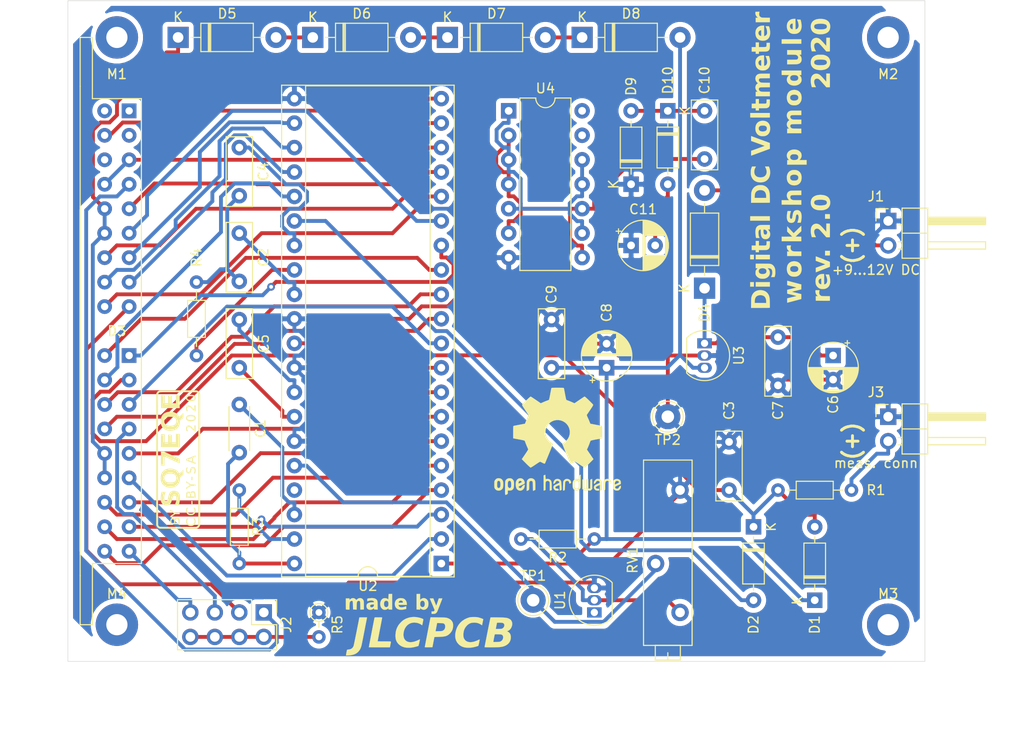
<source format=kicad_pcb>
(kicad_pcb (version 20171130) (host pcbnew 5.1.6-c6e7f7d~87~ubuntu18.04.1)
  (title_block (title "ICL7107 Digital Voltmeter Module PCB") (date 2020-07-31) (rev 2.0) (company "MSc Paweł Sobótka") (comment 1 "CC-BY-SA 4.0") (comment 2 "by SQ7EQE"))
  (layers (0 F.Cu signal) (31 B.Cu signal) (34 B.Paste user) (35 F.Paste user) (36 B.SilkS user) (37 F.SilkS user) (38 B.Mask user) (39 F.Mask user) (44 Edge.Cuts user))
  (net 0 "")
  (net 1 /OSC3)
  (net 2 "Net-(C1-Pad2)")
  (net 3 "Net-(C2-Pad2)")
  (net 4 "Net-(C2-Pad1)")
  (net 5 "Net-(C3-Pad1)")
  (net 6 "Net-(C4-Pad1)")
  (net 7 "Net-(C5-Pad1)")
  (net 8 "Net-(C5-Pad2)")
  (net 9 "Net-(C6-Pad1)")
  (net 10 GND)
  (net 11 /V+)
  (net 12 "Net-(C10-Pad2)")
  (net 13 "Net-(C10-Pad1)")
  (net 14 "/negative voltage converter/V-")
  (net 15 /DP4)
  (net 16 /DP3)
  (net 17 /DP1)
  (net 18 /DP2)
  (net 19 "Net-(D3-Pad2)")
  (net 20 "Net-(D4-Pad2)")
  (net 21 "Net-(D5-Pad2)")
  (net 22 /IN+)
  (net 23 "Net-(M1-Pad1)")
  (net 24 "Net-(M2-Pad1)")
  (net 25 "Net-(M3-Pad1)")
  (net 26 "Net-(M4-Pad1)")
  (net 27 "Net-(R3-Pad1)")
  (net 28 "Net-(R4-Pad1)")
  (net 29 /V-)
  (net 30 "Net-(U2-Pad37)")
  (net 31 "Net-(U4-Pad1)")
  (net 32 "/negative voltage converter/OSC3")
  (net 33 "/negative voltage converter/V+")
  (net 34 "Net-(J2-Pad2)")
  (net 35 "Net-(D3-Pad36)")
  (net 36 "Net-(D3-Pad35)")
  (net 37 "Net-(D3-Pad34)")
  (net 38 "Net-(D3-Pad33)")
  (net 39 "Net-(D3-Pad13)")
  (net 40 "Net-(D3-Pad30)")
  (net 41 "Net-(D3-Pad29)")
  (net 42 "Net-(D3-Pad28)")
  (net 43 "Net-(D3-Pad26)")
  (net 44 "Net-(D3-Pad25)")
  (net 45 "Net-(D3-Pad24)")
  (net 46 "Net-(D3-Pad23)")
  (net 47 "Net-(D3-Pad21)")
  (net 48 "Net-(D3-Pad20)")
  (net 49 "Net-(D3-Pad19)")
  (net 50 "Net-(D3-Pad18)")
  (net 51 "Net-(D3-Pad17)")
  (net 52 "Net-(D3-Pad16)")
  (net 53 "Net-(D3-Pad15)")
  (net 54 "Net-(D3-Pad12)")
  (net 55 "Net-(D3-Pad11)")
  (net 56 "Net-(D3-Pad10)")
  (net 57 "Net-(D3-Pad8)")
  (net 58 "Net-(D3-Pad7)")
  (net 59 "Net-(D3-Pad6)")
  (net 60 "Net-(D3-Pad5)")
  (net 61 "Net-(D3-Pad1)")
  (net 62 "Net-(D6-Pad2)")
  (net 63 "Net-(D7-Pad2)")
  (net 64 "Net-(RV1-Pad2)")
  (net 65 "Net-(R2-Pad2)")
  (module logo-sq7eqe:digital-voltmeter-2 (layer F.Cu) (at 161.29 76.2 90)
    (fp_text reference "#G" hide)
    (fp_text value DDCVoltmr hide)
  )
  (module logo-sq7eqe:jlcpcb (layer F.Cu) (at 123.825 124.46)
    (fp_text reference G2 hide)
    (fp_text value JLCPCB hide)
  )
  (module Connector_PinHeader_2.54mm:PinHeader_1x02_P2.54mm_Horizontal (layer F.Cu) (at 171.45 102.87)
    (fp_text reference J3 (at -1.27 -2.54) (layer F.SilkS))
    (fp_text value "meas. conn" (at -1.27 4.81) (layer F.SilkS))
    (pad 2 thru_hole oval (at 0 2.54) (size 1.7 1.7) (drill 1) (layers *.Cu *.Mask) (net 22 /IN+))
    (pad 1 thru_hole rect (at 0 0) (size 1.7 1.7) (drill 1) (layers *.Cu *.Mask) (net 10 GND))
  )
  (module Connector_PinHeader_2.54mm:PinHeader_1x02_P2.54mm_Horizontal (layer F.Cu) (at 171.45 82.55)
    (fp_text reference J1 (at -1.27 -2.54) (layer F.SilkS))
    (fp_text value "+9...12V DC" (at -1.27 5.08) (layer F.SilkS))
    (pad 2 thru_hole oval (at 0 2.54) (size 1.7 1.7) (drill 1) (layers *.Cu *.Mask) (net 20 "Net-(D4-Pad2)"))
    (pad 1 thru_hole rect (at 0 0) (size 1.7 1.7) (drill 1) (layers *.Cu *.Mask) (net 10 GND))
  )
  (module Connector_Pin:Pin_D1.3mm_L11.0mm (layer F.Cu) (at 148.59 102.87)
    (fp_text reference TP2 (at 0 2.4) (layer F.SilkS))
    (fp_text value ~)
    (pad 1 thru_hole circle (at 0 0) (size 2.6 2.6) (drill 1.3) (layers *.Cu *.Mask) (net 10 GND))
  )
  (module Connector_Pin:Pin_D1.3mm_L11.0mm (layer F.Cu) (at 134.62 121.92 270)
    (fp_text reference TP1 (at -2.54 0 180) (layer F.SilkS))
    (fp_text value ~)
    (pad 1 thru_hole circle (at 0 0 270) (size 2.6 2.6) (drill 1.3) (layers *.Cu *.Mask) (net 64 "Net-(RV1-Pad2)"))
  )
  (module Diode_THT:D_DO-35_SOD27_P7.62mm_Horizontal (layer F.Cu) (at 157.48 114.3 270)
    (fp_text reference D2 (at 10.16 0 90) (layer F.SilkS))
    (fp_text value 1N4148)
    (fp_text user K (at 0 -1.8 90) (layer F.SilkS))
    (pad 2 thru_hole oval (at 7.62 0 270) (size 1.6 1.6) (drill 0.8) (layers *.Cu *.Mask) (net 29 /V-))
    (pad 1 thru_hole rect (at 0 0 270) (size 1.6 1.6) (drill 0.8) (layers *.Cu *.Mask) (net 5 "Net-(C3-Pad1)"))
  )
  (module Diode_THT:D_DO-35_SOD27_P7.62mm_Horizontal (layer F.Cu) (at 163.83 121.92 90)
    (fp_text reference D1 (at -2.54 0 90) (layer F.SilkS))
    (fp_text value 1N4148)
    (fp_text user K (at 0 -1.8 90) (layer F.SilkS))
    (pad 2 thru_hole oval (at 7.62 0 90) (size 1.6 1.6) (drill 0.8) (layers *.Cu *.Mask) (net 5 "Net-(C3-Pad1)"))
    (pad 1 thru_hole rect (at 0 0 90) (size 1.6 1.6) (drill 0.8) (layers *.Cu *.Mask) (net 11 /V+))
  )
  (module LED-display_x4:LED-Display_x4_package (layer F.Cu) (at 92.71 71.12)
    (fp_text reference D3 (at -1.27 22.86) (layer F.SilkS))
    (fp_text value LED-Display_x4_CA)
    (pad 36 thru_hole circle (at -2.54 25.4) (size 1.524 1.524) (drill 0.762) (layers *.Cu *.Mask) (net 35 "Net-(D3-Pad36)"))
    (pad 35 thru_hole circle (at -2.54 27.94) (size 1.524 1.524) (drill 0.762) (layers *.Cu *.Mask) (net 36 "Net-(D3-Pad35)"))
    (pad 34 thru_hole circle (at -2.54 30.48) (size 1.524 1.524) (drill 0.762) (layers *.Cu *.Mask) (net 37 "Net-(D3-Pad34)"))
    (pad 33 thru_hole circle (at -2.54 33.02) (size 1.524 1.524) (drill 0.762) (layers *.Cu *.Mask) (net 38 "Net-(D3-Pad33)"))
    (pad 32 thru_hole circle (at -2.54 35.56) (size 1.524 1.524) (drill 0.762) (layers *.Cu *.Mask) (net 39 "Net-(D3-Pad13)"))
    (pad 31 thru_hole circle (at -2.54 38.1) (size 1.524 1.524) (drill 0.762) (layers *.Cu *.Mask) (net 39 "Net-(D3-Pad13)"))
    (pad 30 thru_hole circle (at -2.54 40.64) (size 1.524 1.524) (drill 0.762) (layers *.Cu *.Mask) (net 40 "Net-(D3-Pad30)"))
    (pad 29 thru_hole circle (at -2.54 43.18) (size 1.524 1.524) (drill 0.762) (layers *.Cu *.Mask) (net 41 "Net-(D3-Pad29)"))
    (pad 28 thru_hole circle (at -2.54 45.72) (size 1.524 1.524) (drill 0.762) (layers *.Cu *.Mask) (net 42 "Net-(D3-Pad28)"))
    (pad 27 thru_hole circle (at 0 45.72) (size 1.524 1.524) (drill 0.762) (layers *.Cu *.Mask) (net 17 /DP1))
    (pad 26 thru_hole circle (at 0 43.18) (size 1.524 1.524) (drill 0.762) (layers *.Cu *.Mask) (net 43 "Net-(D3-Pad26)"))
    (pad 25 thru_hole circle (at 0 40.64) (size 1.524 1.524) (drill 0.762) (layers *.Cu *.Mask) (net 44 "Net-(D3-Pad25)"))
    (pad 24 thru_hole circle (at 0 38.1) (size 1.524 1.524) (drill 0.762) (layers *.Cu *.Mask) (net 45 "Net-(D3-Pad24)"))
    (pad 23 thru_hole circle (at 0 35.56) (size 1.524 1.524) (drill 0.762) (layers *.Cu *.Mask) (net 46 "Net-(D3-Pad23)"))
    (pad 22 thru_hole circle (at 0 33.02) (size 1.524 1.524) (drill 0.762) (layers *.Cu *.Mask) (net 18 /DP2))
    (pad 21 thru_hole circle (at 0 30.48) (size 1.524 1.524) (drill 0.762) (layers *.Cu *.Mask) (net 47 "Net-(D3-Pad21)"))
    (pad 20 thru_hole circle (at 0 27.94) (size 1.524 1.524) (drill 0.762) (layers *.Cu *.Mask) (net 48 "Net-(D3-Pad20)"))
    (pad 19 thru_hole rect (at 0 25.4) (size 1.524 1.524) (drill 0.762) (layers *.Cu *.Mask) (net 49 "Net-(D3-Pad19)"))
    (pad 18 thru_hole circle (at -2.54 0) (size 1.524 1.524) (drill 0.762) (layers *.Cu *.Mask) (net 50 "Net-(D3-Pad18)"))
    (pad 17 thru_hole circle (at -2.54 2.54) (size 1.524 1.524) (drill 0.762) (layers *.Cu *.Mask) (net 51 "Net-(D3-Pad17)"))
    (pad 16 thru_hole circle (at -2.54 5.08) (size 1.524 1.524) (drill 0.762) (layers *.Cu *.Mask) (net 52 "Net-(D3-Pad16)"))
    (pad 15 thru_hole circle (at -2.54 7.62) (size 1.524 1.524) (drill 0.762) (layers *.Cu *.Mask) (net 53 "Net-(D3-Pad15)"))
    (pad 14 thru_hole circle (at -2.54 10.16) (size 1.524 1.524) (drill 0.762) (layers *.Cu *.Mask) (net 39 "Net-(D3-Pad13)"))
    (pad 13 thru_hole circle (at -2.54 12.7) (size 1.524 1.524) (drill 0.762) (layers *.Cu *.Mask) (net 39 "Net-(D3-Pad13)"))
    (pad 12 thru_hole circle (at -2.54 15.24) (size 1.524 1.524) (drill 0.762) (layers *.Cu *.Mask) (net 54 "Net-(D3-Pad12)"))
    (pad 11 thru_hole circle (at -2.54 17.78) (size 1.524 1.524) (drill 0.762) (layers *.Cu *.Mask) (net 55 "Net-(D3-Pad11)"))
    (pad 10 thru_hole circle (at -2.54 20.32) (size 1.524 1.524) (drill 0.762) (layers *.Cu *.Mask) (net 56 "Net-(D3-Pad10)"))
    (pad 9 thru_hole circle (at 0 20.32) (size 1.524 1.524) (drill 0.762) (layers *.Cu *.Mask) (net 16 /DP3))
    (pad 8 thru_hole circle (at 0 17.78) (size 1.524 1.524) (drill 0.762) (layers *.Cu *.Mask) (net 57 "Net-(D3-Pad8)"))
    (pad 7 thru_hole circle (at 0 15.24) (size 1.524 1.524) (drill 0.762) (layers *.Cu *.Mask) (net 58 "Net-(D3-Pad7)"))
    (pad 6 thru_hole circle (at 0 12.7) (size 1.524 1.524) (drill 0.762) (layers *.Cu *.Mask) (net 59 "Net-(D3-Pad6)"))
    (pad 5 thru_hole circle (at 0 10.16) (size 1.524 1.524) (drill 0.762) (layers *.Cu *.Mask) (net 60 "Net-(D3-Pad5)"))
    (pad 4 thru_hole circle (at 0 7.62) (size 1.524 1.524) (drill 0.762) (layers *.Cu *.Mask) (net 15 /DP4))
    (pad 3 thru_hole circle (at 0 5.08) (size 1.524 1.524) (drill 0.762) (layers *.Cu *.Mask) (net 53 "Net-(D3-Pad15)"))
    (pad 2 thru_hole circle (at 0 2.54) (size 1.524 1.524) (drill 0.762) (layers *.Cu *.Mask) (net 19 "Net-(D3-Pad2)"))
    (pad 1 thru_hole rect (at 0 0) (size 1.524 1.524) (drill 0.762) (layers *.Cu *.Mask) (net 61 "Net-(D3-Pad1)"))
  )
  (module logo-sq7eqe:cc-by-sa (layer F.Cu) (at 97.79 107.315 90)
    (fp_text reference G1 hide)
    (fp_text value CC-BY-SA hide)
  )
  (module Symbol:OSHW-Logo2_14.6x12mm_SilkScreen (layer F.Cu) (at 137.16 105.41)
    (fp_text reference LOGO1 hide)
    (fp_text value Logo_Open_Hardware_Large hide)
  )
  (module Resistor_THT:R_Axial_DIN0204_L3.6mm_D1.6mm_P2.54mm_Vertical (layer F.Cu) (at 112.395 123.19 270)
    (fp_text reference R5 (at 1.27 -1.92 90) (layer F.SilkS))
    (fp_text value 470R)
    (pad 2 thru_hole oval (at 2.54 0 270) (size 1.4 1.4) (drill 0.7) (layers *.Cu *.Mask) (net 34 "Net-(J2-Pad2)"))
    (pad 1 thru_hole circle (at 0 0 270) (size 1.4 1.4) (drill 0.7) (layers *.Cu *.Mask) (net 10 GND))
  )
  (module Capacitor_THT:C_Disc_D4.3mm_W1.9mm_P5.00mm (layer F.Cu) (at 104.14 101.6 270)
    (fp_text reference C1 (at 2.5 -2.2 90) (layer F.SilkS))
    (fp_text value 100p)
    (pad 1 thru_hole circle (at 0 0 270) (size 1.6 1.6) (drill 0.8) (layers *.Cu *.Mask) (net 1 /OSC3))
    (pad 2 thru_hole circle (at 5 0 270) (size 1.6 1.6) (drill 0.8) (layers *.Cu *.Mask) (net 2 "Net-(C1-Pad2)"))
  )
  (module Capacitor_THT:C_Rect_L7.0mm_W2.5mm_P5.00mm (layer F.Cu) (at 104.14 83.82 270)
    (fp_text reference C2 (at 2.5 -2.5 90) (layer F.SilkS))
    (fp_text value 0.47u)
    (pad 2 thru_hole circle (at 5 0 270) (size 1.6 1.6) (drill 0.8) (layers *.Cu *.Mask) (net 3 "Net-(C2-Pad2)"))
    (pad 1 thru_hole circle (at 0 0 270) (size 1.6 1.6) (drill 0.8) (layers *.Cu *.Mask) (net 4 "Net-(C2-Pad1)"))
  )
  (module Capacitor_THT:C_Rect_L7.0mm_W2.5mm_P5.00mm (layer F.Cu) (at 154.94 110.49 90)
    (fp_text reference C3 (at 8.255 0 90) (layer F.SilkS))
    (fp_text value 0.47u)
    (pad 1 thru_hole circle (at 0 0 90) (size 1.6 1.6) (drill 0.8) (layers *.Cu *.Mask) (net 5 "Net-(C3-Pad1)"))
    (pad 2 thru_hole circle (at 5 0 90) (size 1.6 1.6) (drill 0.8) (layers *.Cu *.Mask) (net 10 GND))
  )
  (module Capacitor_THT:C_Rect_L7.0mm_W2.5mm_P5.00mm (layer F.Cu) (at 104.14 74.93 270)
    (fp_text reference C4 (at 2.5 -2.5 90) (layer F.SilkS))
    (fp_text value 0.22u)
    (pad 1 thru_hole circle (at 0 0 270) (size 1.6 1.6) (drill 0.8) (layers *.Cu *.Mask) (net 6 "Net-(C4-Pad1)"))
    (pad 2 thru_hole circle (at 5 0 270) (size 1.6 1.6) (drill 0.8) (layers *.Cu *.Mask) (net 3 "Net-(C2-Pad2)"))
  )
  (module Capacitor_THT:C_Rect_L7.0mm_W2.5mm_P5.00mm (layer F.Cu) (at 104.14 97.79 90)
    (fp_text reference C5 (at 2.5 2.54 90) (layer F.SilkS))
    (fp_text value 0.1u)
    (pad 1 thru_hole circle (at 0 0 90) (size 1.6 1.6) (drill 0.8) (layers *.Cu *.Mask) (net 7 "Net-(C5-Pad1)"))
    (pad 2 thru_hole circle (at 5 0 90) (size 1.6 1.6) (drill 0.8) (layers *.Cu *.Mask) (net 8 "Net-(C5-Pad2)"))
  )
  (module Capacitor_THT:CP_Radial_D5.0mm_P2.50mm (layer F.Cu) (at 165.735 96.52 270)
    (fp_text reference C6 (at 5.08 0 90) (layer F.SilkS))
    (fp_text value 100u)
    (pad 1 thru_hole rect (at 0 0 270) (size 1.6 1.6) (drill 0.8) (layers *.Cu *.Mask) (net 9 "Net-(C6-Pad1)"))
    (pad 2 thru_hole circle (at 2.5 0 270) (size 1.6 1.6) (drill 0.8) (layers *.Cu *.Mask) (net 10 GND))
  )
  (module Capacitor_THT:C_Rect_L7.0mm_W2.5mm_P5.00mm (layer F.Cu) (at 160.02 94.615 270)
    (fp_text reference C7 (at 7.62 0 90) (layer F.SilkS))
    (fp_text value 100n)
    (pad 1 thru_hole circle (at 0 0 270) (size 1.6 1.6) (drill 0.8) (layers *.Cu *.Mask) (net 9 "Net-(C6-Pad1)"))
    (pad 2 thru_hole circle (at 5 0 270) (size 1.6 1.6) (drill 0.8) (layers *.Cu *.Mask) (net 10 GND))
  )
  (module Capacitor_THT:CP_Radial_D5.0mm_P2.50mm (layer F.Cu) (at 142.24 97.79 90)
    (fp_text reference C8 (at 5.715 0 90) (layer F.SilkS))
    (fp_text value 100u)
    (pad 1 thru_hole rect (at 0 0 90) (size 1.6 1.6) (drill 0.8) (layers *.Cu *.Mask) (net 11 /V+))
    (pad 2 thru_hole circle (at 2.5 0 90) (size 1.6 1.6) (drill 0.8) (layers *.Cu *.Mask) (net 10 GND))
  )
  (module Capacitor_THT:C_Rect_L7.0mm_W2.5mm_P5.00mm (layer F.Cu) (at 136.525 97.79 90)
    (fp_text reference C9 (at 7.62 0 90) (layer F.SilkS))
    (fp_text value 100n)
    (pad 2 thru_hole circle (at 5 0 90) (size 1.6 1.6) (drill 0.8) (layers *.Cu *.Mask) (net 10 GND))
    (pad 1 thru_hole circle (at 0 0 90) (size 1.6 1.6) (drill 0.8) (layers *.Cu *.Mask) (net 11 /V+))
  )
  (module Capacitor_THT:C_Rect_L7.0mm_W2.5mm_P5.00mm (layer F.Cu) (at 152.4 71.12 270)
    (fp_text reference C10 (at -3.175 0 90) (layer F.SilkS))
    (fp_text value 0.47u)
    (pad 2 thru_hole circle (at 5 0 270) (size 1.6 1.6) (drill 0.8) (layers *.Cu *.Mask) (net 12 "Net-(C10-Pad2)"))
    (pad 1 thru_hole circle (at 0 0 270) (size 1.6 1.6) (drill 0.8) (layers *.Cu *.Mask) (net 13 "Net-(C10-Pad1)"))
  )
  (module Capacitor_THT:CP_Radial_D5.0mm_P2.50mm (layer F.Cu) (at 144.78 85.09)
    (fp_text reference C11 (at 1.25 -3.75) (layer F.SilkS))
    (fp_text value 10u)
    (pad 2 thru_hole circle (at 2.5 0) (size 1.6 1.6) (drill 0.8) (layers *.Cu *.Mask) (net 14 "/negative voltage converter/V-"))
    (pad 1 thru_hole rect (at 0 0) (size 1.6 1.6) (drill 0.8) (layers *.Cu *.Mask) (net 10 GND))
  )
  (module Diode_THT:D_DO-41_SOD81_P10.16mm_Horizontal (layer F.Cu) (at 152.4 89.535 90)
    (fp_text reference D4 (at -2.54 0 90) (layer F.SilkS))
    (fp_text value 1N4001)
    (fp_text user K (at 0 -2.1 90) (layer F.SilkS))
    (pad 2 thru_hole oval (at 10.16 0 90) (size 2.2 2.2) (drill 1.1) (layers *.Cu *.Mask) (net 20 "Net-(D4-Pad2)"))
    (pad 1 thru_hole rect (at 0 0 90) (size 2.2 2.2) (drill 1.1) (layers *.Cu *.Mask) (net 9 "Net-(C6-Pad1)"))
  )
  (module Diode_THT:D_DO-41_SOD81_P10.16mm_Horizontal (layer F.Cu) (at 97.79 63.5)
    (fp_text reference D5 (at 5.08 -2.47) (layer F.SilkS))
    (fp_text value 1N4001)
    (fp_text user K (at 0 -2.1) (layer F.SilkS))
    (pad 2 thru_hole oval (at 10.16 0) (size 2.2 2.2) (drill 1.1) (layers *.Cu *.Mask) (net 21 "Net-(D5-Pad2)"))
    (pad 1 thru_hole rect (at 0 0) (size 2.2 2.2) (drill 1.1) (layers *.Cu *.Mask) (net 39 "Net-(D3-Pad13)"))
  )
  (module Diode_THT:D_DO-41_SOD81_P10.16mm_Horizontal (layer F.Cu) (at 111.76 63.5)
    (fp_text reference D6 (at 5.08 -2.47) (layer F.SilkS))
    (fp_text value 1N4001)
    (fp_text user K (at 0 -2.1) (layer F.SilkS))
    (pad 1 thru_hole rect (at 0 0) (size 2.2 2.2) (drill 1.1) (layers *.Cu *.Mask) (net 21 "Net-(D5-Pad2)"))
    (pad 2 thru_hole oval (at 10.16 0) (size 2.2 2.2) (drill 1.1) (layers *.Cu *.Mask) (net 62 "Net-(D6-Pad2)"))
  )
  (module Diode_THT:D_DO-41_SOD81_P10.16mm_Horizontal (layer F.Cu) (at 125.73 63.5)
    (fp_text reference D7 (at 5.08 -2.47) (layer F.SilkS))
    (fp_text value 1N4001)
    (fp_text user K (at 0 -2.1) (layer F.SilkS))
    (pad 1 thru_hole rect (at 0 0) (size 2.2 2.2) (drill 1.1) (layers *.Cu *.Mask) (net 62 "Net-(D6-Pad2)"))
    (pad 2 thru_hole oval (at 10.16 0) (size 2.2 2.2) (drill 1.1) (layers *.Cu *.Mask) (net 63 "Net-(D7-Pad2)"))
  )
  (module Diode_THT:D_DO-41_SOD81_P10.16mm_Horizontal (layer F.Cu) (at 139.7 63.5)
    (fp_text reference D8 (at 5.08 -2.47) (layer F.SilkS))
    (fp_text value 1N4001)
    (fp_text user K (at 0 -2.1) (layer F.SilkS))
    (pad 1 thru_hole rect (at 0 0) (size 2.2 2.2) (drill 1.1) (layers *.Cu *.Mask) (net 63 "Net-(D7-Pad2)"))
    (pad 2 thru_hole oval (at 10.16 0) (size 2.2 2.2) (drill 1.1) (layers *.Cu *.Mask) (net 11 /V+))
  )
  (module Diode_THT:D_DO-35_SOD27_P7.62mm_Horizontal (layer F.Cu) (at 144.78 78.74 90)
    (fp_text reference D9 (at 10.16 0 90) (layer F.SilkS))
    (fp_text value 1N914)
    (fp_text user K (at 0 -1.8 90) (layer F.SilkS))
    (pad 2 thru_hole oval (at 7.62 0 90) (size 1.6 1.6) (drill 0.8) (layers *.Cu *.Mask) (net 13 "Net-(C10-Pad1)"))
    (pad 1 thru_hole rect (at 0 0 90) (size 1.6 1.6) (drill 0.8) (layers *.Cu *.Mask) (net 10 GND))
  )
  (module Diode_THT:D_DO-35_SOD27_P7.62mm_Horizontal (layer F.Cu) (at 148.59 71.12 270)
    (fp_text reference D10 (at -3.175 0 90) (layer F.SilkS))
    (fp_text value 1N914)
    (fp_text user K (at 0 -1.8 90) (layer F.SilkS))
    (pad 1 thru_hole rect (at 0 0 270) (size 1.6 1.6) (drill 0.8) (layers *.Cu *.Mask) (net 13 "Net-(C10-Pad1)"))
    (pad 2 thru_hole oval (at 7.62 0 270) (size 1.6 1.6) (drill 0.8) (layers *.Cu *.Mask) (net 14 "/negative voltage converter/V-"))
  )
  (module Connector_PinHeader_2.54mm:PinHeader_2x04_P2.54mm_Vertical (layer F.Cu) (at 106.68 123.19 270)
    (fp_text reference J2 (at 1.27 -2.33 90) (layer F.SilkS))
    (fp_text value "DP conn.")
    (pad 1 thru_hole rect (at 0 0 270) (size 1.7 1.7) (drill 1) (layers *.Cu *.Mask) (net 15 /DP4))
    (pad 2 thru_hole oval (at 2.54 0 270) (size 1.7 1.7) (drill 1) (layers *.Cu *.Mask) (net 34 "Net-(J2-Pad2)"))
    (pad 3 thru_hole oval (at 0 2.54 270) (size 1.7 1.7) (drill 1) (layers *.Cu *.Mask) (net 16 /DP3))
    (pad 4 thru_hole oval (at 2.54 2.54 270) (size 1.7 1.7) (drill 1) (layers *.Cu *.Mask) (net 34 "Net-(J2-Pad2)"))
    (pad 5 thru_hole oval (at 0 5.08 270) (size 1.7 1.7) (drill 1) (layers *.Cu *.Mask) (net 18 /DP2))
    (pad 6 thru_hole oval (at 2.54 5.08 270) (size 1.7 1.7) (drill 1) (layers *.Cu *.Mask) (net 34 "Net-(J2-Pad2)"))
    (pad 7 thru_hole oval (at 0 7.62 270) (size 1.7 1.7) (drill 1) (layers *.Cu *.Mask) (net 17 /DP1))
    (pad 8 thru_hole oval (at 2.54 7.62 270) (size 1.7 1.7) (drill 1) (layers *.Cu *.Mask) (net 34 "Net-(J2-Pad2)"))
  )
  (module MountingHole:MountingHole_2.2mm_M2_Pad (layer F.Cu) (at 91.44 63.5)
    (fp_text reference M1 (at 0 3.81) (layer F.SilkS))
    (fp_text value M2.2)
    (pad 1 thru_hole circle (at 0 0) (size 4.4 4.4) (drill 2.2) (layers *.Cu *.Mask) (net 23 "Net-(M1-Pad1)"))
  )
  (module MountingHole:MountingHole_2.2mm_M2_Pad (layer F.Cu) (at 171.45 63.5)
    (fp_text reference M2 (at 0 3.81) (layer F.SilkS))
    (fp_text value M2.2)
    (pad 1 thru_hole circle (at 0 0) (size 4.4 4.4) (drill 2.2) (layers *.Cu *.Mask) (net 24 "Net-(M2-Pad1)"))
  )
  (module MountingHole:MountingHole_2.2mm_M2_Pad (layer F.Cu) (at 171.45 124.46)
    (fp_text reference M3 (at 0 -3.2) (layer F.SilkS))
    (fp_text value M2.2)
    (pad 1 thru_hole circle (at 0 0) (size 4.4 4.4) (drill 2.2) (layers *.Cu *.Mask) (net 25 "Net-(M3-Pad1)"))
  )
  (module MountingHole:MountingHole_2.2mm_M2_Pad (layer F.Cu) (at 91.44 124.46)
    (fp_text reference M4 (at 0 -3.2) (layer F.SilkS))
    (fp_text value M2.2)
    (pad 1 thru_hole circle (at 0 0) (size 4.4 4.4) (drill 2.2) (layers *.Cu *.Mask) (net 26 "Net-(M4-Pad1)"))
  )
  (module Resistor_THT:R_Axial_DIN0204_L3.6mm_D1.6mm_P7.62mm_Horizontal (layer F.Cu) (at 140.97 115.57 180)
    (fp_text reference R2 (at 3.81 -1.92) (layer F.SilkS))
    (fp_text value 6k8)
    (pad 1 thru_hole circle (at 0 0 180) (size 1.4 1.4) (drill 0.7) (layers *.Cu *.Mask) (net 11 /V+))
    (pad 2 thru_hole oval (at 7.62 0 180) (size 1.4 1.4) (drill 0.7) (layers *.Cu *.Mask) (net 65 "Net-(R2-Pad2)"))
  )
  (module Resistor_THT:R_Axial_DIN0204_L3.6mm_D1.6mm_P7.62mm_Horizontal (layer F.Cu) (at 160.02 110.49)
    (fp_text reference R1 (at 10.16 0) (layer F.SilkS))
    (fp_text value 1M)
    (pad 1 thru_hole circle (at 0 0) (size 1.4 1.4) (drill 0.7) (layers *.Cu *.Mask) (net 5 "Net-(C3-Pad1)"))
    (pad 2 thru_hole oval (at 7.62 0) (size 1.4 1.4) (drill 0.7) (layers *.Cu *.Mask) (net 22 /IN+))
  )
  (module Resistor_THT:R_Axial_DIN0204_L3.6mm_D1.6mm_P7.62mm_Horizontal (layer F.Cu) (at 104.14 110.49 270)
    (fp_text reference R3 (at 3.81 -1.92 90) (layer F.SilkS))
    (fp_text value 100k)
    (pad 1 thru_hole circle (at 0 0 270) (size 1.4 1.4) (drill 0.7) (layers *.Cu *.Mask) (net 27 "Net-(R3-Pad1)"))
    (pad 2 thru_hole oval (at 7.62 0 270) (size 1.4 1.4) (drill 0.7) (layers *.Cu *.Mask) (net 2 "Net-(C1-Pad2)"))
  )
  (module Resistor_THT:R_Axial_DIN0204_L3.6mm_D1.6mm_P7.62mm_Horizontal (layer F.Cu) (at 99.695 96.52 90)
    (fp_text reference R4 (at 10.16 0 90) (layer F.SilkS))
    (fp_text value 47k)
    (pad 2 thru_hole oval (at 7.62 0 90) (size 1.4 1.4) (drill 0.7) (layers *.Cu *.Mask) (net 3 "Net-(C2-Pad2)"))
    (pad 1 thru_hole circle (at 0 0 90) (size 1.4 1.4) (drill 0.7) (layers *.Cu *.Mask) (net 28 "Net-(R4-Pad1)"))
  )
  (module Potentiometer_THT:Potentiometer_Vishay_43_Horizontal (layer F.Cu) (at 149.86 110.49 90)
    (fp_text reference RV1 (at -7.26 -4.92 90) (layer F.SilkS))
    (fp_text value 20k)
    (pad 1 thru_hole circle (at 0 0 90) (size 1.8 1.8) (drill 1) (layers *.Cu *.Mask) (net 10 GND))
    (pad 2 thru_hole circle (at -7.62 -2.54 90) (size 1.8 1.8) (drill 1) (layers *.Cu *.Mask) (net 64 "Net-(RV1-Pad2)"))
    (pad 3 thru_hole circle (at -12.7 0 90) (size 1.8 1.8) (drill 1) (layers *.Cu *.Mask) (net 65 "Net-(R2-Pad2)"))
  )
  (module Package_TO_SOT_THT:TO-92_Inline (layer F.Cu) (at 140.97 123.19 90)
    (fp_text reference U1 (at 1.27 -3.56 90) (layer F.SilkS))
    (fp_text value LM285Z-1.2)
    (pad 2 thru_hole oval (at 1.27 0 90) (size 1.05 1.5) (drill 0.75) (layers *.Cu *.Mask) (net 65 "Net-(R2-Pad2)"))
    (pad 3 thru_hole oval (at 2.54 0 90) (size 1.05 1.5) (drill 0.75) (layers *.Cu *.Mask) (net 10 GND))
    (pad 1 thru_hole rect (at 0 0 90) (size 1.05 1.5) (drill 0.75) (layers *.Cu *.Mask))
  )
  (module Package_DIP:DIP-40_W15.24mm_Socket (layer F.Cu) (at 125.095 118.11 180)
    (fp_text reference U2 (at 7.62 -2.33) (layer F.SilkS))
    (fp_text value ICL7107)
    (pad 1 thru_hole rect (at 0 0 180) (size 1.6 1.6) (drill 0.8) (layers *.Cu *.Mask) (net 11 /V+))
    (pad 21 thru_hole oval (at 15.24 48.26 180) (size 1.6 1.6) (drill 0.8) (layers *.Cu *.Mask) (net 10 GND))
    (pad 2 thru_hole oval (at 0 2.54 180) (size 1.6 1.6) (drill 0.8) (layers *.Cu *.Mask) (net 45 "Net-(D3-Pad24)"))
    (pad 22 thru_hole oval (at 15.24 45.72 180) (size 1.6 1.6) (drill 0.8) (layers *.Cu *.Mask) (net 58 "Net-(D3-Pad7)"))
    (pad 3 thru_hole oval (at 0 5.08 180) (size 1.6 1.6) (drill 0.8) (layers *.Cu *.Mask) (net 43 "Net-(D3-Pad26)"))
    (pad 23 thru_hole oval (at 15.24 43.18 180) (size 1.6 1.6) (drill 0.8) (layers *.Cu *.Mask) (net 55 "Net-(D3-Pad11)"))
    (pad 4 thru_hole oval (at 0 7.62 180) (size 1.6 1.6) (drill 0.8) (layers *.Cu *.Mask) (net 42 "Net-(D3-Pad28)"))
    (pad 24 thru_hole oval (at 15.24 40.64 180) (size 1.6 1.6) (drill 0.8) (layers *.Cu *.Mask) (net 57 "Net-(D3-Pad8)"))
    (pad 5 thru_hole oval (at 0 10.16 180) (size 1.6 1.6) (drill 0.8) (layers *.Cu *.Mask) (net 41 "Net-(D3-Pad29)"))
    (pad 25 thru_hole oval (at 15.24 38.1 180) (size 1.6 1.6) (drill 0.8) (layers *.Cu *.Mask) (net 36 "Net-(D3-Pad35)"))
    (pad 6 thru_hole oval (at 0 12.7 180) (size 1.6 1.6) (drill 0.8) (layers *.Cu *.Mask) (net 40 "Net-(D3-Pad30)"))
    (pad 26 thru_hole oval (at 15.24 35.56 180) (size 1.6 1.6) (drill 0.8) (layers *.Cu *.Mask) (net 29 /V-))
    (pad 7 thru_hole oval (at 0 15.24 180) (size 1.6 1.6) (drill 0.8) (layers *.Cu *.Mask) (net 44 "Net-(D3-Pad25)"))
    (pad 27 thru_hole oval (at 15.24 33.02 180) (size 1.6 1.6) (drill 0.8) (layers *.Cu *.Mask) (net 6 "Net-(C4-Pad1)"))
    (pad 8 thru_hole oval (at 0 17.78 180) (size 1.6 1.6) (drill 0.8) (layers *.Cu *.Mask) (net 46 "Net-(D3-Pad23)"))
    (pad 28 thru_hole oval (at 15.24 30.48 180) (size 1.6 1.6) (drill 0.8) (layers *.Cu *.Mask) (net 28 "Net-(R4-Pad1)"))
    (pad 9 thru_hole oval (at 0 20.32 180) (size 1.6 1.6) (drill 0.8) (layers *.Cu *.Mask) (net 48 "Net-(D3-Pad20)"))
    (pad 29 thru_hole oval (at 15.24 27.94 180) (size 1.6 1.6) (drill 0.8) (layers *.Cu *.Mask) (net 4 "Net-(C2-Pad1)"))
    (pad 10 thru_hole oval (at 0 22.86 180) (size 1.6 1.6) (drill 0.8) (layers *.Cu *.Mask) (net 47 "Net-(D3-Pad21)"))
    (pad 30 thru_hole oval (at 15.24 25.4 180) (size 1.6 1.6) (drill 0.8) (layers *.Cu *.Mask) (net 10 GND))
    (pad 11 thru_hole oval (at 0 25.4 180) (size 1.6 1.6) (drill 0.8) (layers *.Cu *.Mask) (net 38 "Net-(D3-Pad33)"))
    (pad 31 thru_hole oval (at 15.24 22.86 180) (size 1.6 1.6) (drill 0.8) (layers *.Cu *.Mask) (net 5 "Net-(C3-Pad1)"))
    (pad 12 thru_hole oval (at 0 27.94 180) (size 1.6 1.6) (drill 0.8) (layers *.Cu *.Mask) (net 37 "Net-(D3-Pad34)"))
    (pad 32 thru_hole oval (at 15.24 20.32 180) (size 1.6 1.6) (drill 0.8) (layers *.Cu *.Mask) (net 10 GND))
    (pad 13 thru_hole oval (at 0 30.48 180) (size 1.6 1.6) (drill 0.8) (layers *.Cu *.Mask) (net 35 "Net-(D3-Pad36)"))
    (pad 33 thru_hole oval (at 15.24 17.78 180) (size 1.6 1.6) (drill 0.8) (layers *.Cu *.Mask) (net 8 "Net-(C5-Pad2)"))
    (pad 14 thru_hole oval (at 0 33.02 180) (size 1.6 1.6) (drill 0.8) (layers *.Cu *.Mask) (net 49 "Net-(D3-Pad19)"))
    (pad 34 thru_hole oval (at 15.24 15.24 180) (size 1.6 1.6) (drill 0.8) (layers *.Cu *.Mask) (net 7 "Net-(C5-Pad1)"))
    (pad 15 thru_hole oval (at 0 35.56 180) (size 1.6 1.6) (drill 0.8) (layers *.Cu *.Mask) (net 59 "Net-(D3-Pad6)"))
    (pad 35 thru_hole oval (at 15.24 12.7 180) (size 1.6 1.6) (drill 0.8) (layers *.Cu *.Mask) (net 10 GND))
    (pad 16 thru_hole oval (at 0 38.1 180) (size 1.6 1.6) (drill 0.8) (layers *.Cu *.Mask) (net 56 "Net-(D3-Pad10)"))
    (pad 36 thru_hole oval (at 15.24 10.16 180) (size 1.6 1.6) (drill 0.8) (layers *.Cu *.Mask) (net 64 "Net-(RV1-Pad2)"))
    (pad 17 thru_hole oval (at 0 40.64 180) (size 1.6 1.6) (drill 0.8) (layers *.Cu *.Mask) (net 54 "Net-(D3-Pad12)"))
    (pad 37 thru_hole oval (at 15.24 7.62 180) (size 1.6 1.6) (drill 0.8) (layers *.Cu *.Mask) (net 30 "Net-(U2-Pad37)"))
    (pad 18 thru_hole oval (at 0 43.18 180) (size 1.6 1.6) (drill 0.8) (layers *.Cu *.Mask) (net 60 "Net-(D3-Pad5)"))
    (pad 38 thru_hole oval (at 15.24 5.08 180) (size 1.6 1.6) (drill 0.8) (layers *.Cu *.Mask) (net 1 /OSC3))
    (pad 19 thru_hole oval (at 0 45.72 180) (size 1.6 1.6) (drill 0.8) (layers *.Cu *.Mask) (net 53 "Net-(D3-Pad15)"))
    (pad 39 thru_hole oval (at 15.24 2.54 180) (size 1.6 1.6) (drill 0.8) (layers *.Cu *.Mask) (net 27 "Net-(R3-Pad1)"))
    (pad 20 thru_hole oval (at 0 48.26 180) (size 1.6 1.6) (drill 0.8) (layers *.Cu *.Mask) (net 51 "Net-(D3-Pad17)"))
    (pad 40 thru_hole oval (at 15.24 0 180) (size 1.6 1.6) (drill 0.8) (layers *.Cu *.Mask) (net 2 "Net-(C1-Pad2)"))
  )
  (module Package_TO_SOT_THT:TO-92_Inline (layer F.Cu) (at 152.4 95.25 270)
    (fp_text reference U3 (at 1.27 -3.56 90) (layer F.SilkS))
    (fp_text value L7805)
    (pad 1 thru_hole rect (at 0 0 270) (size 1.05 1.5) (drill 0.75) (layers *.Cu *.Mask) (net 9 "Net-(C6-Pad1)"))
    (pad 3 thru_hole oval (at 2.54 0 270) (size 1.05 1.5) (drill 0.75) (layers *.Cu *.Mask) (net 11 /V+))
    (pad 2 thru_hole oval (at 1.27 0 270) (size 1.05 1.5) (drill 0.75) (layers *.Cu *.Mask) (net 10 GND))
  )
  (module Package_DIP:DIP-14_W7.62mm (layer F.Cu) (at 132.08 71.12)
    (fp_text reference U4 (at 3.81 -2.33) (layer F.SilkS))
    (fp_text value 4069)
    (pad 1 thru_hole rect (at 0 0) (size 1.6 1.6) (drill 0.8) (layers *.Cu *.Mask) (net 31 "Net-(U4-Pad1)"))
    (pad 8 thru_hole oval (at 7.62 15.24) (size 1.6 1.6) (drill 0.8) (layers *.Cu *.Mask) (net 12 "Net-(C10-Pad2)"))
    (pad 2 thru_hole oval (at 0 2.54) (size 1.6 1.6) (drill 0.8) (layers *.Cu *.Mask) (net 12 "Net-(C10-Pad2)"))
    (pad 9 thru_hole oval (at 7.62 12.7) (size 1.6 1.6) (drill 0.8) (layers *.Cu *.Mask) (net 31 "Net-(U4-Pad1)"))
    (pad 3 thru_hole oval (at 0 5.08) (size 1.6 1.6) (drill 0.8) (layers *.Cu *.Mask) (net 31 "Net-(U4-Pad1)"))
    (pad 10 thru_hole oval (at 7.62 10.16) (size 1.6 1.6) (drill 0.8) (layers *.Cu *.Mask) (net 12 "Net-(C10-Pad2)"))
    (pad 4 thru_hole oval (at 0 7.62) (size 1.6 1.6) (drill 0.8) (layers *.Cu *.Mask) (net 12 "Net-(C10-Pad2)"))
    (pad 11 thru_hole oval (at 7.62 7.62) (size 1.6 1.6) (drill 0.8) (layers *.Cu *.Mask) (net 31 "Net-(U4-Pad1)"))
    (pad 5 thru_hole oval (at 0 10.16) (size 1.6 1.6) (drill 0.8) (layers *.Cu *.Mask) (net 31 "Net-(U4-Pad1)"))
    (pad 12 thru_hole oval (at 7.62 5.08) (size 1.6 1.6) (drill 0.8) (layers *.Cu *.Mask) (net 31 "Net-(U4-Pad1)"))
    (pad 6 thru_hole oval (at 0 12.7) (size 1.6 1.6) (drill 0.8) (layers *.Cu *.Mask) (net 12 "Net-(C10-Pad2)"))
    (pad 13 thru_hole oval (at 7.62 2.54) (size 1.6 1.6) (drill 0.8) (layers *.Cu *.Mask) (net 32 "/negative voltage converter/OSC3"))
    (pad 7 thru_hole oval (at 0 15.24) (size 1.6 1.6) (drill 0.8) (layers *.Cu *.Mask) (net 10 GND))
    (pad 14 thru_hole oval (at 7.62 0) (size 1.6 1.6) (drill 0.8) (layers *.Cu *.Mask) (net 33 "/negative voltage converter/V+"))
  )
  (gr_text "(+)" (at 167.64 105.41 90) (layer F.SilkS) (effects (font (size 1.5 1.5) (thickness 0.3))))
  (gr_text "(+)" (at 167.64 85.09 90) (layer F.SilkS) (effects (font (size 1.5 1.5) (thickness 0.3))))
  (gr_line (start 86.36 128.27) (end 86.36 59.69) (layer Edge.Cuts) (width 0.05))
  (gr_line (start 175.26 128.27) (end 86.36 128.27) (layer Edge.Cuts) (width 0.05))
  (gr_line (start 175.26 59.69) (end 175.26 128.27) (layer Edge.Cuts) (width 0.05))
  (gr_line (start 86.36 59.69) (end 175.26 59.69) (layer Edge.Cuts) (width 0.05))
  (segment (start 109.855 113.03) (end 109.855 111.7797) (width 0.4) (layer B.Cu) (net 1))
  (segment (start 109.855 111.7797) (end 109.3079 111.7797) (width 0.4) (layer B.Cu) (net 1))
  (segment (start 109.3079 111.7797) (end 108.6047 111.0765) (width 0.4) (layer B.Cu) (net 1))
  (segment (start 108.6047 111.0765) (end 108.6047 106.0647) (width 0.4) (layer B.Cu) (net 1))
  (segment (start 108.6047 106.0647) (end 104.14 101.6) (width 0.4) (layer B.Cu) (net 1))
  (segment (start 104.14 118.11) (end 104.14 116.9597) (width 0.4) (layer B.Cu) (net 2))
  (segment (start 104.14 116.9597) (end 102.9728 115.7925) (width 0.4) (layer B.Cu) (net 2))
  (segment (start 102.9728 115.7925) (end 102.9728 107.7672) (width 0.4) (layer B.Cu) (net 2))
  (segment (start 102.9728 107.7672) (end 104.14 106.6) (width 0.4) (layer B.Cu) (net 2))
  (segment (start 109.855 118.11) (end 104.14 118.11) (width 0.4) (layer F.Cu) (net 2))
  (segment (start 99.695 88.9) (end 100.8453 88.9) (width 0.4) (layer B.Cu) (net 3))
  (segment (start 102.8866 87.5666) (end 104.14 88.82) (width 0.4) (layer B.Cu) (net 3))
  (segment (start 104.14 79.93) (end 102.8866 81.1834) (width 0.4) (layer B.Cu) (net 3))
  (segment (start 102.8866 81.1834) (end 102.8866 87.5666) (width 0.4) (layer B.Cu) (net 3))
  (segment (start 100.8453 88.9) (end 102.1787 87.5666) (width 0.4) (layer B.Cu) (net 3))
  (segment (start 102.1787 87.5666) (end 102.8866 87.5666) (width 0.4) (layer B.Cu) (net 3))
  (segment (start 109.855 90.17) (end 109.855 88.9197) (width 0.4) (layer B.Cu) (net 4))
  (segment (start 109.855 88.9197) (end 109.2397 88.9197) (width 0.4) (layer B.Cu) (net 4))
  (segment (start 109.2397 88.9197) (end 104.14 83.82) (width 0.4) (layer B.Cu) (net 4))
  (segment (start 154.94 110.49) (end 151.7697 110.49) (width 0.4) (layer F.Cu) (net 5))
  (segment (start 151.7697 110.49) (end 137.78 96.5003) (width 0.4) (layer F.Cu) (net 5))
  (segment (start 137.78 96.5003) (end 114.1948 96.5003) (width 0.4) (layer F.Cu) (net 5))
  (segment (start 114.1948 96.5003) (end 112.9445 95.25) (width 0.4) (layer F.Cu) (net 5))
  (segment (start 112.9445 95.25) (end 111.1053 95.25) (width 0.4) (layer F.Cu) (net 5))
  (segment (start 163.83 114.3) (end 163.83 113.0497) (width 0.4) (layer F.Cu) (net 5))
  (segment (start 160.02 110.49) (end 162.5797 113.0497) (width 0.4) (layer F.Cu) (net 5))
  (segment (start 162.5797 113.0497) (end 163.83 113.0497) (width 0.4) (layer F.Cu) (net 5))
  (segment (start 157.48 113.03) (end 157.48 114.3) (width 0.4) (layer B.Cu) (net 5))
  (segment (start 160.02 110.49) (end 157.48 113.03) (width 0.4) (layer B.Cu) (net 5))
  (segment (start 154.94 110.49) (end 157.48 113.03) (width 0.4) (layer B.Cu) (net 5))
  (segment (start 109.855 95.25) (end 111.1053 95.25) (width 0.4) (layer F.Cu) (net 5))
  (segment (start 109.855 85.09) (end 109.855 83.8397) (width 0.4) (layer B.Cu) (net 6))
  (segment (start 109.855 83.8397) (end 109.308 83.8397) (width 0.4) (layer B.Cu) (net 6))
  (segment (start 109.308 83.8397) (end 108.5851 83.1168) (width 0.4) (layer B.Cu) (net 6))
  (segment (start 108.5851 83.1168) (end 108.5851 82.0267) (width 0.4) (layer B.Cu) (net 6))
  (segment (start 108.5851 82.0267) (end 109.3318 81.28) (width 0.4) (layer B.Cu) (net 6))
  (segment (start 109.3318 81.28) (end 110.3734 81.28) (width 0.4) (layer B.Cu) (net 6))
  (segment (start 110.3734 81.28) (end 111.163 80.4904) (width 0.4) (layer B.Cu) (net 6))
  (segment (start 111.163 80.4904) (end 111.163 79.5484) (width 0.4) (layer B.Cu) (net 6))
  (segment (start 111.163 79.5484) (end 110.3742 78.7596) (width 0.4) (layer B.Cu) (net 6))
  (segment (start 110.3742 78.7596) (end 108.9745 78.7596) (width 0.4) (layer B.Cu) (net 6))
  (segment (start 108.9745 78.7596) (end 105.1449 74.93) (width 0.4) (layer B.Cu) (net 6))
  (segment (start 105.1449 74.93) (end 104.14 74.93) (width 0.4) (layer B.Cu) (net 6))
  (segment (start 109.855 102.87) (end 108.6047 102.87) (width 0.4) (layer F.Cu) (net 7))
  (segment (start 108.6047 102.87) (end 108.6047 102.2547) (width 0.4) (layer F.Cu) (net 7))
  (segment (start 108.6047 102.2547) (end 104.14 97.79) (width 0.4) (layer F.Cu) (net 7))
  (segment (start 109.855 100.33) (end 109.855 99.0797) (width 0.4) (layer B.Cu) (net 8))
  (segment (start 104.14 92.79) (end 104.14 93.8828) (width 0.4) (layer B.Cu) (net 8))
  (segment (start 104.14 93.8828) (end 109.3369 99.0797) (width 0.4) (layer B.Cu) (net 8))
  (segment (start 109.3369 99.0797) (end 109.855 99.0797) (width 0.4) (layer B.Cu) (net 8))
  (segment (start 165.735 96.52) (end 164.4847 96.52) (width 0.4) (layer F.Cu) (net 9))
  (segment (start 160.02 94.615) (end 162.5797 94.615) (width 0.4) (layer F.Cu) (net 9))
  (segment (start 162.5797 94.615) (end 164.4847 96.52) (width 0.4) (layer F.Cu) (net 9))
  (segment (start 153.6003 95.25) (end 154.2353 94.615) (width 0.4) (layer F.Cu) (net 9))
  (segment (start 154.2353 94.615) (end 160.02 94.615) (width 0.4) (layer F.Cu) (net 9))
  (segment (start 152.4 95.25) (end 153.6003 95.25) (width 0.4) (layer F.Cu) (net 9))
  (segment (start 152.4 95.25) (end 152.4 89.535) (width 0.4) (layer B.Cu) (net 9))
  (segment (start 109.855 105.41) (end 109.855 104.1597) (width 0.4) (layer B.Cu) (net 10))
  (segment (start 140.97 120.0848) (end 115.5002 120.0848) (width 0.4) (layer F.Cu) (net 10))
  (segment (start 115.5002 120.0848) (end 112.395 123.19) (width 0.4) (layer F.Cu) (net 10))
  (segment (start 140.97 120.0848) (end 140.97 119.6747) (width 0.4) (layer F.Cu) (net 10))
  (segment (start 140.97 120.65) (end 140.97 120.0848) (width 0.4) (layer F.Cu) (net 10))
  (segment (start 154.94 105.49) (end 154.94 104.695) (width 0.4) (layer B.Cu) (net 10))
  (segment (start 154.94 104.695) (end 160.02 99.615) (width 0.4) (layer B.Cu) (net 10))
  (segment (start 149.86 105.49) (end 154.94 105.49) (width 0.4) (layer B.Cu) (net 10))
  (segment (start 148.59 96.52) (end 152.4 96.52) (width 0.4) (layer F.Cu) (net 10))
  (segment (start 142.24 95.29) (end 143.47 96.52) (width 0.4) (layer F.Cu) (net 10))
  (segment (start 143.47 96.52) (end 148.59 96.52) (width 0.4) (layer F.Cu) (net 10))
  (segment (start 148.59 96.52) (end 148.59 102.87) (width 0.4) (layer F.Cu) (net 10))
  (segment (start 165.735 99.02) (end 160.615 99.02) (width 0.4) (layer F.Cu) (net 10))
  (segment (start 160.615 99.02) (end 160.02 99.615) (width 0.4) (layer F.Cu) (net 10))
  (segment (start 132.08 86.36) (end 130.8297 86.36) (width 0.4) (layer F.Cu) (net 10))
  (segment (start 130.8297 86.36) (end 125.7693 91.4204) (width 0.4) (layer F.Cu) (net 10))
  (segment (start 125.7693 91.4204) (end 123.0541 91.4204) (width 0.4) (layer F.Cu) (net 10))
  (segment (start 123.0541 91.4204) (end 121.7645 92.71) (width 0.4) (layer F.Cu) (net 10))
  (segment (start 121.7645 92.71) (end 109.855 92.71) (width 0.4) (layer F.Cu) (net 10))
  (segment (start 167.9601 98.0798) (end 171.45 101.5697) (width 0.4) (layer B.Cu) (net 10))
  (segment (start 171.45 82.55) (end 167.9601 86.0399) (width 0.4) (layer B.Cu) (net 10))
  (segment (start 167.9601 86.0399) (end 167.9601 98.0798) (width 0.4) (layer B.Cu) (net 10))
  (segment (start 167.9601 98.0798) (end 166.6752 98.0798) (width 0.4) (layer B.Cu) (net 10))
  (segment (start 166.6752 98.0798) (end 165.735 99.02) (width 0.4) (layer B.Cu) (net 10))
  (segment (start 171.45 102.87) (end 171.45 101.5697) (width 0.4) (layer B.Cu) (net 10))
  (segment (start 109.855 104.1597) (end 110.402 104.1597) (width 0.4) (layer B.Cu) (net 10))
  (segment (start 110.402 104.1597) (end 111.1304 103.4313) (width 0.4) (layer B.Cu) (net 10))
  (segment (start 111.1304 103.4313) (end 111.1304 99.0654) (width 0.4) (layer B.Cu) (net 10))
  (segment (start 111.1304 99.0654) (end 109.855 97.79) (width 0.4) (layer B.Cu) (net 10))
  (segment (start 109.855 97.79) (end 109.855 96.5397) (width 0.4) (layer B.Cu) (net 10))
  (segment (start 109.855 92.71) (end 109.855 93.9603) (width 0.4) (layer B.Cu) (net 10))
  (segment (start 109.855 93.9603) (end 110.402 93.9603) (width 0.4) (layer B.Cu) (net 10))
  (segment (start 110.402 93.9603) (end 111.1054 94.6637) (width 0.4) (layer B.Cu) (net 10))
  (segment (start 111.1054 94.6637) (end 111.1054 95.8074) (width 0.4) (layer B.Cu) (net 10))
  (segment (start 111.1054 95.8074) (end 110.3731 96.5397) (width 0.4) (layer B.Cu) (net 10))
  (segment (start 110.3731 96.5397) (end 109.855 96.5397) (width 0.4) (layer B.Cu) (net 10))
  (segment (start 136.525 92.79) (end 139.025 95.29) (width 0.4) (layer F.Cu) (net 10))
  (segment (start 139.025 95.29) (end 142.24 95.29) (width 0.4) (layer F.Cu) (net 10))
  (segment (start 144.78 85.09) (end 144.78 92.75) (width 0.4) (layer B.Cu) (net 10))
  (segment (start 144.78 92.75) (end 142.24 95.29) (width 0.4) (layer B.Cu) (net 10))
  (segment (start 149.86 105.49) (end 149.86 104.14) (width 0.4) (layer B.Cu) (net 10))
  (segment (start 149.86 104.14) (end 148.59 102.87) (width 0.4) (layer B.Cu) (net 10))
  (segment (start 130.8297 86.36) (end 125.7497 81.28) (width 0.4) (layer B.Cu) (net 10))
  (segment (start 125.7497 81.28) (end 122.5353 81.28) (width 0.4) (layer B.Cu) (net 10))
  (segment (start 122.5353 81.28) (end 111.1053 69.85) (width 0.4) (layer B.Cu) (net 10))
  (segment (start 149.86 110.49) (end 149.86 105.49) (width 0.4) (layer B.Cu) (net 10))
  (segment (start 144.78 78.74) (end 144.78 85.09) (width 0.4) (layer B.Cu) (net 10))
  (segment (start 140.97 119.6747) (end 149.86 110.7847) (width 0.4) (layer F.Cu) (net 10))
  (segment (start 149.86 110.7847) (end 149.86 110.49) (width 0.4) (layer F.Cu) (net 10))
  (segment (start 132.08 86.36) (end 130.8297 86.36) (width 0.4) (layer B.Cu) (net 10))
  (segment (start 109.855 69.85) (end 111.1053 69.85) (width 0.4) (layer B.Cu) (net 10))
  (segment (start 132.08 86.36) (end 132.08 88.345) (width 0.4) (layer B.Cu) (net 10))
  (segment (start 132.08 88.345) (end 136.525 92.79) (width 0.4) (layer B.Cu) (net 10))
  (segment (start 142.24 115.57) (end 156.2297 115.57) (width 0.4) (layer B.Cu) (net 11))
  (segment (start 156.2297 115.57) (end 162.5797 121.92) (width 0.4) (layer B.Cu) (net 11))
  (segment (start 140.97 115.57) (end 142.24 115.57) (width 0.4) (layer B.Cu) (net 11))
  (segment (start 142.24 115.57) (end 142.24 99.0403) (width 0.4) (layer B.Cu) (net 11))
  (segment (start 142.24 97.79) (end 142.24 99.0403) (width 0.4) (layer B.Cu) (net 11))
  (segment (start 142.24 97.79) (end 136.525 97.79) (width 0.4) (layer B.Cu) (net 11))
  (segment (start 149.86 96.4503) (end 148.5203 97.79) (width 0.4) (layer B.Cu) (net 11))
  (segment (start 148.5203 97.79) (end 142.24 97.79) (width 0.4) (layer B.Cu) (net 11))
  (segment (start 163.83 121.92) (end 162.5797 121.92) (width 0.4) (layer B.Cu) (net 11))
  (segment (start 149.86 63.5) (end 149.86 96.4503) (width 0.4) (layer B.Cu) (net 11))
  (segment (start 149.86 96.4503) (end 151.1997 97.79) (width 0.4) (layer B.Cu) (net 11))
  (segment (start 152.4 97.79) (end 151.1997 97.79) (width 0.4) (layer B.Cu) (net 11))
  (segment (start 125.095 118.11) (end 138.43 118.11) (width 0.4) (layer F.Cu) (net 11))
  (segment (start 138.43 118.11) (end 140.97 115.57) (width 0.4) (layer F.Cu) (net 11))
  (segment (start 138.4497 81.28) (end 138.4497 84.3775) (width 0.4) (layer F.Cu) (net 12))
  (segment (start 138.4497 84.3775) (end 139.1819 85.1097) (width 0.4) (layer F.Cu) (net 12))
  (segment (start 139.1819 85.1097) (end 139.7 85.1097) (width 0.4) (layer F.Cu) (net 12))
  (segment (start 139.7 86.36) (end 139.7 85.1097) (width 0.4) (layer F.Cu) (net 12))
  (segment (start 133.3304 81.28) (end 138.4497 81.28) (width 0.4) (layer F.Cu) (net 12))
  (segment (start 133.3304 81.28) (end 133.3304 80.7226) (width 0.4) (layer F.Cu) (net 12))
  (segment (start 133.3304 80.7226) (end 132.5981 79.9903) (width 0.4) (layer F.Cu) (net 12))
  (segment (start 132.5981 79.9903) (end 132.08 79.9903) (width 0.4) (layer F.Cu) (net 12))
  (segment (start 132.08 82.5697) (end 132.6263 82.5697) (width 0.4) (layer F.Cu) (net 12))
  (segment (start 132.6263 82.5697) (end 133.3304 81.8656) (width 0.4) (layer F.Cu) (net 12))
  (segment (start 133.3304 81.8656) (end 133.3304 81.28) (width 0.4) (layer F.Cu) (net 12))
  (segment (start 139.7 81.28) (end 138.4497 81.28) (width 0.4) (layer F.Cu) (net 12))
  (segment (start 132.08 78.74) (end 132.08 79.9903) (width 0.4) (layer F.Cu) (net 12))
  (segment (start 132.08 83.82) (end 132.08 82.5697) (width 0.4) (layer F.Cu) (net 12))
  (segment (start 140.1626 81.28) (end 140.9503 81.28) (width 0.4) (layer F.Cu) (net 12))
  (segment (start 140.1626 81.28) (end 139.7 81.28) (width 0.4) (layer F.Cu) (net 12))
  (segment (start 132.08 73.66) (end 132.08 74.9103) (width 0.4) (layer F.Cu) (net 12))
  (segment (start 132.08 78.74) (end 132.08 77.4897) (width 0.4) (layer F.Cu) (net 12))
  (segment (start 132.08 77.4897) (end 131.533 77.4897) (width 0.4) (layer F.Cu) (net 12))
  (segment (start 131.533 77.4897) (end 130.7904 76.7471) (width 0.4) (layer F.Cu) (net 12))
  (segment (start 130.7904 76.7471) (end 130.7904 75.6818) (width 0.4) (layer F.Cu) (net 12))
  (segment (start 130.7904 75.6818) (end 131.5619 74.9103) (width 0.4) (layer F.Cu) (net 12))
  (segment (start 131.5619 74.9103) (end 132.08 74.9103) (width 0.4) (layer F.Cu) (net 12))
  (segment (start 140.9503 81.28) (end 140.9503 80.2641) (width 0.4) (layer F.Cu) (net 12))
  (segment (start 140.9503 80.2641) (end 145.0944 76.12) (width 0.4) (layer F.Cu) (net 12))
  (segment (start 145.0944 76.12) (end 152.4 76.12) (width 0.4) (layer F.Cu) (net 12))
  (segment (start 148.59 71.12) (end 152.4 71.12) (width 0.4) (layer F.Cu) (net 13))
  (segment (start 144.78 71.12) (end 148.59 71.12) (width 0.4) (layer F.Cu) (net 13))
  (segment (start 148.59 78.74) (end 148.59 79.9903) (width 0.4) (layer F.Cu) (net 14))
  (segment (start 148.59 79.9903) (end 147.28 81.3003) (width 0.4) (layer F.Cu) (net 14))
  (segment (start 147.28 81.3003) (end 147.28 85.09) (width 0.4) (layer F.Cu) (net 14))
  (segment (start 106.68 123.19) (end 108.0242 124.5342) (width 0.4) (layer B.Cu) (net 15))
  (segment (start 108.0242 124.5342) (end 108.0242 126.2884) (width 0.4) (layer B.Cu) (net 15))
  (segment (start 108.0242 126.2884) (end 107.2812 127.0314) (width 0.4) (layer B.Cu) (net 15))
  (segment (start 107.2812 127.0314) (end 98.5094 127.0314) (width 0.4) (layer B.Cu) (net 15))
  (segment (start 98.5094 127.0314) (end 88.257 116.779) (width 0.4) (layer B.Cu) (net 15))
  (segment (start 88.257 116.779) (end 88.257 81.4333) (width 0.4) (layer B.Cu) (net 15))
  (segment (start 88.257 81.4333) (end 89.6803 80.01) (width 0.4) (layer B.Cu) (net 15))
  (segment (start 89.6803 80.01) (end 91.44 80.01) (width 0.4) (layer B.Cu) (net 15))
  (segment (start 91.44 80.01) (end 92.71 78.74) (width 0.4) (layer B.Cu) (net 15))
  (segment (start 104.14 123.19) (end 101.2182 120.2682) (width 0.4) (layer F.Cu) (net 16))
  (segment (start 101.2182 120.2682) (end 91.8163 120.2682) (width 0.4) (layer F.Cu) (net 16))
  (segment (start 91.8163 120.2682) (end 88.274 116.7259) (width 0.4) (layer F.Cu) (net 16))
  (segment (start 88.274 116.7259) (end 88.274 95.876) (width 0.4) (layer F.Cu) (net 16))
  (segment (start 88.274 95.876) (end 92.71 91.44) (width 0.4) (layer F.Cu) (net 16))
  (segment (start 99.06 123.19) (end 99.06 121.8897) (width 0.4) (layer B.Cu) (net 17))
  (segment (start 99.06 121.8897) (end 97.7597 121.8897) (width 0.4) (layer B.Cu) (net 17))
  (segment (start 97.7597 121.8897) (end 92.71 116.84) (width 0.4) (layer B.Cu) (net 17))
  (segment (start 101.6 123.19) (end 101.6 121.4706) (width 0.4) (layer B.Cu) (net 18))
  (segment (start 101.6 121.4706) (end 93.1018 112.9724) (width 0.4) (layer B.Cu) (net 18))
  (segment (start 93.1018 112.9724) (end 92.1669 112.9724) (width 0.4) (layer B.Cu) (net 18))
  (segment (start 92.1669 112.9724) (end 91.4637 112.2692) (width 0.4) (layer B.Cu) (net 18))
  (segment (start 91.4637 112.2692) (end 91.4637 105.3863) (width 0.4) (layer B.Cu) (net 18))
  (segment (start 91.4637 105.3863) (end 92.71 104.14) (width 0.4) (layer B.Cu) (net 18))
  (segment (start 171.45 85.09) (end 170.1497 85.09) (width 0.4) (layer F.Cu) (net 20))
  (segment (start 152.4 79.375) (end 164.4347 79.375) (width 0.4) (layer F.Cu) (net 20))
  (segment (start 164.4347 79.375) (end 170.1497 85.09) (width 0.4) (layer F.Cu) (net 20))
  (segment (start 111.76 63.5) (end 107.95 63.5) (width 0.4) (layer F.Cu) (net 21))
  (segment (start 171.45 105.41) (end 171.45 106.7103) (width 0.4) (layer B.Cu) (net 22))
  (segment (start 167.64 110.49) (end 167.64 109.3397) (width 0.4) (layer B.Cu) (net 22))
  (segment (start 167.64 109.3397) (end 170.2694 106.7103) (width 0.4) (layer B.Cu) (net 22))
  (segment (start 170.2694 106.7103) (end 171.45 106.7103) (width 0.4) (layer B.Cu) (net 22))
  (segment (start 104.14 110.49) (end 104.14 112.439) (width 0.4) (layer B.Cu) (net 27))
  (segment (start 104.14 112.439) (end 107.271 115.57) (width 0.4) (layer B.Cu) (net 27))
  (segment (start 107.271 115.57) (end 108.6047 115.57) (width 0.4) (layer B.Cu) (net 27))
  (segment (start 109.855 115.57) (end 108.6047 115.57) (width 0.4) (layer B.Cu) (net 27))
  (segment (start 109.855 87.63) (end 107.5318 87.63) (width 0.4) (layer F.Cu) (net 28))
  (segment (start 107.5318 87.63) (end 99.695 95.4668) (width 0.4) (layer F.Cu) (net 28))
  (segment (start 99.695 95.4668) (end 99.695 96.52) (width 0.4) (layer F.Cu) (net 28))
  (segment (start 157.48 121.92) (end 156.2297 121.92) (width 0.4) (layer B.Cu) (net 29))
  (segment (start 109.855 82.55) (end 113.0848 82.55) (width 0.4) (layer B.Cu) (net 29))
  (segment (start 113.0848 82.55) (end 124.5148 93.98) (width 0.4) (layer B.Cu) (net 29))
  (segment (start 124.5148 93.98) (end 125.6589 93.98) (width 0.4) (layer B.Cu) (net 29))
  (segment (start 125.6589 93.98) (end 139.6076 107.9287) (width 0.4) (layer B.Cu) (net 29))
  (segment (start 139.6076 107.9287) (end 139.6076 115.8524) (width 0.4) (layer B.Cu) (net 29))
  (segment (start 139.6076 115.8524) (end 140.4926 116.7374) (width 0.4) (layer B.Cu) (net 29))
  (segment (start 140.4926 116.7374) (end 151.0471 116.7374) (width 0.4) (layer B.Cu) (net 29))
  (segment (start 151.0471 116.7374) (end 156.2297 121.92) (width 0.4) (layer B.Cu) (net 29))
  (segment (start 133.3303 81.28) (end 133.3303 78.1825) (width 0.4) (layer B.Cu) (net 31))
  (segment (start 133.3303 78.1825) (end 132.5981 77.4503) (width 0.4) (layer B.Cu) (net 31))
  (segment (start 132.5981 77.4503) (end 132.08 77.4503) (width 0.4) (layer B.Cu) (net 31))
  (segment (start 132.08 76.2) (end 132.08 77.4503) (width 0.4) (layer B.Cu) (net 31))
  (segment (start 138.4188 81.28) (end 133.3303 81.28) (width 0.4) (layer B.Cu) (net 31))
  (segment (start 138.4188 81.28) (end 138.4188 81.8066) (width 0.4) (layer B.Cu) (net 31))
  (segment (start 138.4188 81.8066) (end 139.1819 82.5697) (width 0.4) (layer B.Cu) (net 31))
  (segment (start 139.1819 82.5697) (end 139.7 82.5697) (width 0.4) (layer B.Cu) (net 31))
  (segment (start 139.7 79.9903) (end 139.153 79.9903) (width 0.4) (layer B.Cu) (net 31))
  (segment (start 139.153 79.9903) (end 138.4188 80.7245) (width 0.4) (layer B.Cu) (net 31))
  (segment (start 138.4188 80.7245) (end 138.4188 81.28) (width 0.4) (layer B.Cu) (net 31))
  (segment (start 132.08 81.28) (end 133.3303 81.28) (width 0.4) (layer B.Cu) (net 31))
  (segment (start 132.08 71.12) (end 132.08 72.3703) (width 0.4) (layer B.Cu) (net 31))
  (segment (start 132.08 76.2) (end 132.08 74.9497) (width 0.4) (layer B.Cu) (net 31))
  (segment (start 132.08 74.9497) (end 131.533 74.9497) (width 0.4) (layer B.Cu) (net 31))
  (segment (start 131.533 74.9497) (end 130.8297 74.2464) (width 0.4) (layer B.Cu) (net 31))
  (segment (start 130.8297 74.2464) (end 130.8297 73.0735) (width 0.4) (layer B.Cu) (net 31))
  (segment (start 130.8297 73.0735) (end 131.5329 72.3703) (width 0.4) (layer B.Cu) (net 31))
  (segment (start 131.5329 72.3703) (end 132.08 72.3703) (width 0.4) (layer B.Cu) (net 31))
  (segment (start 139.7 78.74) (end 139.7 79.9903) (width 0.4) (layer B.Cu) (net 31))
  (segment (start 139.7 76.2) (end 139.7 78.74) (width 0.4) (layer B.Cu) (net 31))
  (segment (start 139.7 83.82) (end 139.7 82.5697) (width 0.4) (layer B.Cu) (net 31))
  (segment (start 106.68 125.73) (end 112.395 125.73) (width 0.4) (layer F.Cu) (net 34))
  (segment (start 104.14 125.73) (end 106.68 125.73) (width 0.4) (layer F.Cu) (net 34))
  (segment (start 101.6 125.73) (end 104.14 125.73) (width 0.4) (layer F.Cu) (net 34))
  (segment (start 99.06 125.73) (end 101.6 125.73) (width 0.4) (layer F.Cu) (net 34))
  (segment (start 125.095 87.63) (end 123.8447 87.63) (width 0.4) (layer F.Cu) (net 35))
  (segment (start 90.17 96.52) (end 93.9884 92.7016) (width 0.4) (layer F.Cu) (net 35))
  (segment (start 93.9884 92.7016) (end 98.4902 92.7016) (width 0.4) (layer F.Cu) (net 35))
  (segment (start 98.4902 92.7016) (end 104.8122 86.3796) (width 0.4) (layer F.Cu) (net 35))
  (segment (start 104.8122 86.3796) (end 122.5943 86.3796) (width 0.4) (layer F.Cu) (net 35))
  (segment (start 122.5943 86.3796) (end 123.8447 87.63) (width 0.4) (layer F.Cu) (net 35))
  (segment (start 109.855 80.01) (end 108.6047 80.01) (width 0.4) (layer B.Cu) (net 36))
  (segment (start 108.6047 80.01) (end 107.2428 78.6481) (width 0.4) (layer B.Cu) (net 36))
  (segment (start 107.2428 78.6481) (end 103.643 78.6481) (width 0.4) (layer B.Cu) (net 36))
  (segment (start 103.643 78.6481) (end 102.2362 80.0549) (width 0.4) (layer B.Cu) (net 36))
  (segment (start 102.2362 80.0549) (end 102.2362 83.7093) (width 0.4) (layer B.Cu) (net 36))
  (segment (start 102.2362 83.7093) (end 91.4976 94.4479) (width 0.4) (layer B.Cu) (net 36))
  (segment (start 91.4976 94.4479) (end 91.4976 97.7324) (width 0.4) (layer B.Cu) (net 36))
  (segment (start 91.4976 97.7324) (end 90.17 99.06) (width 0.4) (layer B.Cu) (net 36))
  (segment (start 90.17 101.6) (end 90.2641 101.6) (width 0.4) (layer F.Cu) (net 37))
  (segment (start 90.2641 101.6) (end 91.5341 100.33) (width 0.4) (layer F.Cu) (net 37))
  (segment (start 91.5341 100.33) (end 97.5799 100.33) (width 0.4) (layer F.Cu) (net 37))
  (segment (start 97.5799 100.33) (end 103.3408 94.5691) (width 0.4) (layer F.Cu) (net 37))
  (segment (start 103.3408 94.5691) (end 104.6053 94.5691) (width 0.4) (layer F.Cu) (net 37))
  (segment (start 104.6053 94.5691) (end 107.7541 91.4203) (width 0.4) (layer F.Cu) (net 37))
  (segment (start 107.7541 91.4203) (end 121.6749 91.4203) (width 0.4) (layer F.Cu) (net 37))
  (segment (start 121.6749 91.4203) (end 122.9252 90.17) (width 0.4) (layer F.Cu) (net 37))
  (segment (start 122.9252 90.17) (end 123.8447 90.17) (width 0.4) (layer F.Cu) (net 37))
  (segment (start 125.095 90.17) (end 123.8447 90.17) (width 0.4) (layer F.Cu) (net 37))
  (segment (start 125.095 92.71) (end 123.8447 92.71) (width 0.4) (layer F.Cu) (net 38))
  (segment (start 123.8447 92.71) (end 122.5944 93.9603) (width 0.4) (layer F.Cu) (net 38))
  (segment (start 122.5944 93.9603) (end 108.0942 93.9603) (width 0.4) (layer F.Cu) (net 38))
  (segment (start 108.0942 93.9603) (end 106.7399 95.3146) (width 0.4) (layer F.Cu) (net 38))
  (segment (start 106.7399 95.3146) (end 103.6439 95.3146) (width 0.4) (layer F.Cu) (net 38))
  (segment (start 103.6439 95.3146) (end 96.0885 102.87) (width 0.4) (layer F.Cu) (net 38))
  (segment (start 96.0885 102.87) (end 91.44 102.87) (width 0.4) (layer F.Cu) (net 38))
  (segment (start 91.44 102.87) (end 90.17 104.14) (width 0.4) (layer F.Cu) (net 38))
  (segment (start 90.17 83.82) (end 88.9426 85.0474) (width 0.4) (layer B.Cu) (net 39))
  (segment (start 88.9426 85.0474) (end 88.9426 105.4526) (width 0.4) (layer B.Cu) (net 39))
  (segment (start 88.9426 105.4526) (end 90.17 106.68) (width 0.4) (layer B.Cu) (net 39))
  (segment (start 97.79 63.5) (end 97.79 65.0503) (width 0.4) (layer F.Cu) (net 39))
  (segment (start 97.79 65.0503) (end 96.6091 65.0503) (width 0.4) (layer F.Cu) (net 39))
  (segment (start 96.6091 65.0503) (end 91.4504 70.209) (width 0.4) (layer F.Cu) (net 39))
  (segment (start 91.4504 70.209) (end 91.4504 71.5541) (width 0.4) (layer F.Cu) (net 39))
  (segment (start 91.4504 71.5541) (end 90.6722 72.3323) (width 0.4) (layer F.Cu) (net 39))
  (segment (start 90.6722 72.3323) (end 89.7402 72.3323) (width 0.4) (layer F.Cu) (net 39))
  (segment (start 89.7402 72.3323) (end 88.9546 73.1179) (width 0.4) (layer F.Cu) (net 39))
  (segment (start 88.9546 73.1179) (end 88.9546 80.0646) (width 0.4) (layer F.Cu) (net 39))
  (segment (start 88.9546 80.0646) (end 90.17 81.28) (width 0.4) (layer F.Cu) (net 39))
  (segment (start 90.17 106.68) (end 90.17 109.22) (width 0.4) (layer B.Cu) (net 39))
  (segment (start 90.17 81.28) (end 90.17 83.82) (width 0.4) (layer B.Cu) (net 39))
  (segment (start 123.8447 105.41) (end 120.0543 109.2004) (width 0.4) (layer F.Cu) (net 40))
  (segment (start 120.0543 109.2004) (end 107.6266 109.2004) (width 0.4) (layer F.Cu) (net 40))
  (segment (start 107.6266 109.2004) (end 103.797 113.03) (width 0.4) (layer F.Cu) (net 40))
  (segment (start 103.797 113.03) (end 91.44 113.03) (width 0.4) (layer F.Cu) (net 40))
  (segment (start 91.44 113.03) (end 90.17 111.76) (width 0.4) (layer F.Cu) (net 40))
  (segment (start 125.095 105.41) (end 123.8447 105.41) (width 0.4) (layer F.Cu) (net 40))
  (segment (start 125.095 107.95) (end 123.8447 107.95) (width 0.4) (layer F.Cu) (net 41))
  (segment (start 123.8447 107.95) (end 120.0347 111.76) (width 0.4) (layer F.Cu) (net 41))
  (segment (start 120.0347 111.76) (end 109.3384 111.76) (width 0.4) (layer F.Cu) (net 41))
  (segment (start 109.3384 111.76) (end 107.7845 113.3139) (width 0.4) (layer F.Cu) (net 41))
  (segment (start 107.7845 113.3139) (end 107.7845 113.3901) (width 0.4) (layer F.Cu) (net 41))
  (segment (start 107.7845 113.3901) (end 105.6046 115.57) (width 0.4) (layer F.Cu) (net 41))
  (segment (start 105.6046 115.57) (end 91.44 115.57) (width 0.4) (layer F.Cu) (net 41))
  (segment (start 91.44 115.57) (end 90.17 114.3) (width 0.4) (layer F.Cu) (net 41))
  (segment (start 90.17 116.84) (end 91.3951 118.0651) (width 0.4) (layer F.Cu) (net 42))
  (segment (start 91.3951 118.0651) (end 94.2206 118.0651) (width 0.4) (layer F.Cu) (net 42))
  (segment (start 94.2206 118.0651) (end 96.0654 116.2203) (width 0.4) (layer F.Cu) (net 42))
  (segment (start 96.0654 116.2203) (end 106.7837 116.2203) (width 0.4) (layer F.Cu) (net 42))
  (segment (start 106.7837 116.2203) (end 108.704 114.3) (width 0.4) (layer F.Cu) (net 42))
  (segment (start 108.704 114.3) (end 120.0347 114.3) (width 0.4) (layer F.Cu) (net 42))
  (segment (start 120.0347 114.3) (end 123.8447 110.49) (width 0.4) (layer F.Cu) (net 42))
  (segment (start 125.095 110.49) (end 123.8447 110.49) (width 0.4) (layer F.Cu) (net 42))
  (segment (start 125.095 113.03) (end 123.8447 113.03) (width 0.4) (layer B.Cu) (net 43))
  (segment (start 106.4366 113.5258) (end 105.6624 114.3) (width 0.4) (layer F.Cu) (net 43))
  (segment (start 105.6624 114.3) (end 92.71 114.3) (width 0.4) (layer F.Cu) (net 43))
  (segment (start 123.8447 113.03) (end 122.5943 114.2804) (width 0.4) (layer B.Cu) (net 43))
  (segment (start 122.5943 114.2804) (end 107.1912 114.2804) (width 0.4) (layer B.Cu) (net 43))
  (segment (start 107.1912 114.2804) (end 106.4366 113.5258) (width 0.4) (layer B.Cu) (net 43))
  (via (at 106.4366 113.5258) (size 0.8) (layers F.Cu B.Cu) (net 43))
  (segment (start 125.095 102.87) (end 123.8447 102.87) (width 0.4) (layer F.Cu) (net 44))
  (segment (start 123.8447 102.87) (end 120.0543 106.6604) (width 0.4) (layer F.Cu) (net 44))
  (segment (start 120.0543 106.6604) (end 106.3428 106.6604) (width 0.4) (layer F.Cu) (net 44))
  (segment (start 106.3428 106.6604) (end 101.2432 111.76) (width 0.4) (layer F.Cu) (net 44))
  (segment (start 101.2432 111.76) (end 92.71 111.76) (width 0.4) (layer F.Cu) (net 44))
  (segment (start 92.71 109.22) (end 102.852 119.362) (width 0.4) (layer B.Cu) (net 45))
  (segment (start 102.852 119.362) (end 120.0527 119.362) (width 0.4) (layer B.Cu) (net 45))
  (segment (start 120.0527 119.362) (end 123.8447 115.57) (width 0.4) (layer B.Cu) (net 45))
  (segment (start 125.095 115.57) (end 123.8447 115.57) (width 0.4) (layer B.Cu) (net 45))
  (segment (start 123.8447 100.33) (end 120.0544 104.1203) (width 0.4) (layer F.Cu) (net 46))
  (segment (start 120.0544 104.1203) (end 100.3497 104.1203) (width 0.4) (layer F.Cu) (net 46))
  (segment (start 100.3497 104.1203) (end 97.79 106.68) (width 0.4) (layer F.Cu) (net 46))
  (segment (start 97.79 106.68) (end 92.71 106.68) (width 0.4) (layer F.Cu) (net 46))
  (segment (start 125.095 100.33) (end 123.8447 100.33) (width 0.4) (layer F.Cu) (net 46))
  (segment (start 125.095 95.25) (end 123.8447 95.25) (width 0.4) (layer B.Cu) (net 47))
  (segment (start 123.8447 95.25) (end 120.0347 91.44) (width 0.4) (layer B.Cu) (net 47))
  (segment (start 120.0347 91.44) (end 102.87 91.44) (width 0.4) (layer B.Cu) (net 47))
  (segment (start 102.87 91.44) (end 92.71 101.6) (width 0.4) (layer B.Cu) (net 47))
  (segment (start 92.71 99.06) (end 91.8845 99.06) (width 0.4) (layer F.Cu) (net 48))
  (segment (start 91.8845 99.06) (end 90.6722 100.2723) (width 0.4) (layer F.Cu) (net 48))
  (segment (start 90.6722 100.2723) (end 89.7347 100.2723) (width 0.4) (layer F.Cu) (net 48))
  (segment (start 89.7347 100.2723) (end 88.9244 101.0826) (width 0.4) (layer F.Cu) (net 48))
  (segment (start 88.9244 101.0826) (end 88.9244 104.6219) (width 0.4) (layer F.Cu) (net 48))
  (segment (start 88.9244 104.6219) (end 89.7125 105.41) (width 0.4) (layer F.Cu) (net 48))
  (segment (start 89.7125 105.41) (end 94.4683 105.41) (width 0.4) (layer F.Cu) (net 48))
  (segment (start 94.4683 105.41) (end 103.3582 96.5201) (width 0.4) (layer F.Cu) (net 48))
  (segment (start 103.3582 96.5201) (end 112.1454 96.5201) (width 0.4) (layer F.Cu) (net 48))
  (segment (start 112.1454 96.5201) (end 113.4153 97.79) (width 0.4) (layer F.Cu) (net 48))
  (segment (start 113.4153 97.79) (end 125.095 97.79) (width 0.4) (layer F.Cu) (net 48))
  (segment (start 92.71 96.52) (end 93.9223 96.52) (width 0.4) (layer B.Cu) (net 49))
  (segment (start 125.095 85.09) (end 125.095 86.3403) (width 0.4) (layer F.Cu) (net 49))
  (segment (start 107.4364 89.3886) (end 106.5598 90.2652) (width 0.4) (layer B.Cu) (net 49))
  (segment (start 106.5598 90.2652) (end 100.1771 90.2652) (width 0.4) (layer B.Cu) (net 49))
  (segment (start 100.1771 90.2652) (end 93.9223 96.52) (width 0.4) (layer B.Cu) (net 49))
  (segment (start 125.095 86.3403) (end 125.642 86.3403) (width 0.4) (layer F.Cu) (net 49))
  (segment (start 125.642 86.3403) (end 126.3609 87.0592) (width 0.4) (layer F.Cu) (net 49))
  (segment (start 126.3609 87.0592) (end 126.3609 88.1354) (width 0.4) (layer F.Cu) (net 49))
  (segment (start 126.3609 88.1354) (end 125.6159 88.8804) (width 0.4) (layer F.Cu) (net 49))
  (segment (start 125.6159 88.8804) (end 107.9446 88.8804) (width 0.4) (layer F.Cu) (net 49))
  (segment (start 107.9446 88.8804) (end 107.4364 89.3886) (width 0.4) (layer F.Cu) (net 49))
  (via (at 107.4364 89.3886) (size 0.8) (layers F.Cu B.Cu) (net 49))
  (segment (start 125.095 69.85) (end 123.8447 69.85) (width 0.4) (layer F.Cu) (net 51))
  (segment (start 123.8447 69.85) (end 122.5944 71.1003) (width 0.4) (layer F.Cu) (net 51))
  (segment (start 122.5944 71.1003) (end 101.0274 71.1003) (width 0.4) (layer F.Cu) (net 51))
  (segment (start 101.0274 71.1003) (end 99.7953 72.3324) (width 0.4) (layer F.Cu) (net 51))
  (segment (start 99.7953 72.3324) (end 92.0446 72.3324) (width 0.4) (layer F.Cu) (net 51))
  (segment (start 92.0446 72.3324) (end 90.717 73.66) (width 0.4) (layer F.Cu) (net 51))
  (segment (start 90.717 73.66) (end 90.17 73.66) (width 0.4) (layer F.Cu) (net 51))
  (segment (start 92.71 76.2) (end 90.17 78.74) (width 0.4) (layer B.Cu) (net 53))
  (segment (start 123.8447 72.39) (end 120.0347 76.2) (width 0.4) (layer F.Cu) (net 53))
  (segment (start 120.0347 76.2) (end 92.71 76.2) (width 0.4) (layer F.Cu) (net 53))
  (segment (start 125.095 72.39) (end 123.8447 72.39) (width 0.4) (layer F.Cu) (net 53))
  (segment (start 125.095 77.47) (end 123.8447 77.47) (width 0.4) (layer F.Cu) (net 54))
  (segment (start 123.8447 77.47) (end 120.0347 81.28) (width 0.4) (layer F.Cu) (net 54))
  (segment (start 120.0347 81.28) (end 99.6529 81.28) (width 0.4) (layer F.Cu) (net 54))
  (segment (start 99.6529 81.28) (end 95.8429 85.09) (width 0.4) (layer F.Cu) (net 54))
  (segment (start 95.8429 85.09) (end 91.44 85.09) (width 0.4) (layer F.Cu) (net 54))
  (segment (start 91.44 85.09) (end 90.17 86.36) (width 0.4) (layer F.Cu) (net 54))
  (segment (start 109.855 74.93) (end 108.6047 74.93) (width 0.4) (layer B.Cu) (net 55))
  (segment (start 108.6047 74.93) (end 106.6317 72.957) (width 0.4) (layer B.Cu) (net 55))
  (segment (start 106.6317 72.957) (end 103.3965 72.957) (width 0.4) (layer B.Cu) (net 55))
  (segment (start 103.3965 72.957) (end 102.091 74.2625) (width 0.4) (layer B.Cu) (net 55))
  (segment (start 102.091 74.2625) (end 102.091 77.8988) (width 0.4) (layer B.Cu) (net 55))
  (segment (start 102.091 77.8988) (end 97.5382 82.4516) (width 0.4) (layer B.Cu) (net 55))
  (segment (start 97.5382 82.4516) (end 97.5382 83.285) (width 0.4) (layer B.Cu) (net 55))
  (segment (start 97.5382 83.285) (end 93.1932 87.63) (width 0.4) (layer B.Cu) (net 55))
  (segment (start 93.1932 87.63) (end 91.44 87.63) (width 0.4) (layer B.Cu) (net 55))
  (segment (start 91.44 87.63) (end 90.17 88.9) (width 0.4) (layer B.Cu) (net 55))
  (segment (start 123.8447 80.01) (end 120.0347 83.82) (width 0.4) (layer F.Cu) (net 56))
  (segment (start 120.0347 83.82) (end 106.4523 83.82) (width 0.4) (layer F.Cu) (net 56))
  (segment (start 106.4523 83.82) (end 100.1023 90.17) (width 0.4) (layer F.Cu) (net 56))
  (segment (start 100.1023 90.17) (end 91.44 90.17) (width 0.4) (layer F.Cu) (net 56))
  (segment (start 91.44 90.17) (end 90.17 91.44) (width 0.4) (layer F.Cu) (net 56))
  (segment (start 125.095 80.01) (end 123.8447 80.01) (width 0.4) (layer F.Cu) (net 56))
  (segment (start 108.6047 77.47) (end 104.7939 73.6592) (width 0.4) (layer B.Cu) (net 57))
  (segment (start 104.7939 73.6592) (end 103.6379 73.6592) (width 0.4) (layer B.Cu) (net 57))
  (segment (start 103.6379 73.6592) (end 102.7414 74.5557) (width 0.4) (layer B.Cu) (net 57))
  (segment (start 102.7414 74.5557) (end 102.7414 78.1898) (width 0.4) (layer B.Cu) (net 57))
  (segment (start 102.7414 78.1898) (end 101.3443 79.5869) (width 0.4) (layer B.Cu) (net 57))
  (segment (start 101.3443 79.5869) (end 101.3443 80.5065) (width 0.4) (layer B.Cu) (net 57))
  (segment (start 101.3443 80.5065) (end 92.9508 88.9) (width 0.4) (layer B.Cu) (net 57))
  (segment (start 92.9508 88.9) (end 92.71 88.9) (width 0.4) (layer B.Cu) (net 57))
  (segment (start 109.855 77.47) (end 108.6047 77.47) (width 0.4) (layer B.Cu) (net 57))
  (segment (start 108.6047 72.39) (end 108.5213 72.3066) (width 0.4) (layer B.Cu) (net 58))
  (segment (start 108.5213 72.3066) (end 103.1271 72.3066) (width 0.4) (layer B.Cu) (net 58))
  (segment (start 103.1271 72.3066) (end 100.0437 75.39) (width 0.4) (layer B.Cu) (net 58))
  (segment (start 100.0437 75.39) (end 100.0437 79.0263) (width 0.4) (layer B.Cu) (net 58))
  (segment (start 100.0437 79.0263) (end 92.71 86.36) (width 0.4) (layer B.Cu) (net 58))
  (segment (start 109.855 72.39) (end 108.6047 72.39) (width 0.4) (layer B.Cu) (net 58))
  (segment (start 125.095 82.55) (end 122.5354 82.55) (width 0.4) (layer B.Cu) (net 59))
  (segment (start 122.5354 82.55) (end 111.1054 71.12) (width 0.4) (layer B.Cu) (net 59))
  (segment (start 111.1054 71.12) (end 103.3868 71.12) (width 0.4) (layer B.Cu) (net 59))
  (segment (start 103.3868 71.12) (end 94.5706 79.9362) (width 0.4) (layer B.Cu) (net 59))
  (segment (start 94.5706 79.9362) (end 94.5706 81.9594) (width 0.4) (layer B.Cu) (net 59))
  (segment (start 94.5706 81.9594) (end 92.71 83.82) (width 0.4) (layer B.Cu) (net 59))
  (segment (start 123.8447 74.93) (end 120.0347 78.74) (width 0.4) (layer F.Cu) (net 60))
  (segment (start 120.0347 78.74) (end 105.9718 78.74) (width 0.4) (layer F.Cu) (net 60))
  (segment (start 105.9718 78.74) (end 105.8965 78.6647) (width 0.4) (layer F.Cu) (net 60))
  (segment (start 105.8965 78.6647) (end 95.3253 78.6647) (width 0.4) (layer F.Cu) (net 60))
  (segment (start 95.3253 78.6647) (end 92.71 81.28) (width 0.4) (layer F.Cu) (net 60))
  (segment (start 125.095 74.93) (end 123.8447 74.93) (width 0.4) (layer F.Cu) (net 60))
  (segment (start 125.73 63.5) (end 121.92 63.5) (width 0.4) (layer F.Cu) (net 62))
  (segment (start 139.7 63.5) (end 135.89 63.5) (width 0.4) (layer F.Cu) (net 63))
  (segment (start 109.855 107.95) (end 111.1053 107.95) (width 0.4) (layer B.Cu) (net 64))
  (segment (start 111.1053 107.95) (end 114.9153 111.76) (width 0.4) (layer B.Cu) (net 64))
  (segment (start 114.9153 111.76) (end 125.6241 111.76) (width 0.4) (layer B.Cu) (net 64))
  (segment (start 125.6241 111.76) (end 134.62 120.7559) (width 0.4) (layer B.Cu) (net 64))
  (segment (start 134.62 120.7559) (end 134.62 121.92) (width 0.4) (layer B.Cu) (net 64))
  (segment (start 134.62 121.92) (end 136.8654 124.1654) (width 0.4) (layer B.Cu) (net 64))
  (segment (start 136.8654 124.1654) (end 141.9204 124.1654) (width 0.4) (layer B.Cu) (net 64))
  (segment (start 141.9204 124.1654) (end 147.32 118.7658) (width 0.4) (layer B.Cu) (net 64))
  (segment (start 147.32 118.7658) (end 147.32 118.11) (width 0.4) (layer B.Cu) (net 64))
  (segment (start 140.97 121.92) (end 139.7697 121.92) (width 0.4) (layer B.Cu) (net 65))
  (segment (start 133.35 115.57) (end 134.5003 115.57) (width 0.4) (layer B.Cu) (net 65))
  (segment (start 139.7697 121.92) (end 139.7697 120.8394) (width 0.4) (layer B.Cu) (net 65))
  (segment (start 139.7697 120.8394) (end 134.5003 115.57) (width 0.4) (layer B.Cu) (net 65))
  (segment (start 140.97 121.92) (end 148.59 121.92) (width 0.4) (layer F.Cu) (net 65))
  (segment (start 148.59 121.92) (end 149.86 123.19) (width 0.4) (layer F.Cu) (net 65))
  (zone (net 10) (net_name GND) (layer B.Cu) (priority 1) (connect_pads (clearance 0.508)) (min_thickness 0.254) (fill yes (arc_segments 32) (thermal_gap 0.508) (thermal_bridge_width 0.508) (smoothing chamfer) (radius 5))
    (polygon (pts (xy 175.26 128.27) (xy 86.36 128.27) (xy 86.36 59.69) (xy 175.26 59.69)))
  )
)
</source>
